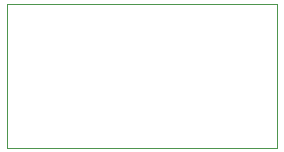
<source format=gbr>
G04 #@! TF.GenerationSoftware,KiCad,Pcbnew,5.1.6-c6e7f7d~86~ubuntu18.04.1*
G04 #@! TF.CreationDate,2020-06-15T00:12:38-04:00*
G04 #@! TF.ProjectId,flashing-led,666c6173-6869-46e6-972d-6c65642e6b69,1.0*
G04 #@! TF.SameCoordinates,Original*
G04 #@! TF.FileFunction,Profile,NP*
%FSLAX46Y46*%
G04 Gerber Fmt 4.6, Leading zero omitted, Abs format (unit mm)*
G04 Created by KiCad (PCBNEW 5.1.6-c6e7f7d~86~ubuntu18.04.1) date 2020-06-15 00:12:38*
%MOMM*%
%LPD*%
G01*
G04 APERTURE LIST*
G04 #@! TA.AperFunction,Profile*
%ADD10C,0.050000*%
G04 #@! TD*
G04 APERTURE END LIST*
D10*
X136525000Y-100584000D02*
X136525000Y-88392000D01*
X159385000Y-100584000D02*
X136525000Y-100584000D01*
X159385000Y-88392000D02*
X159385000Y-100584000D01*
X136525000Y-88392000D02*
X159385000Y-88392000D01*
M02*

</source>
